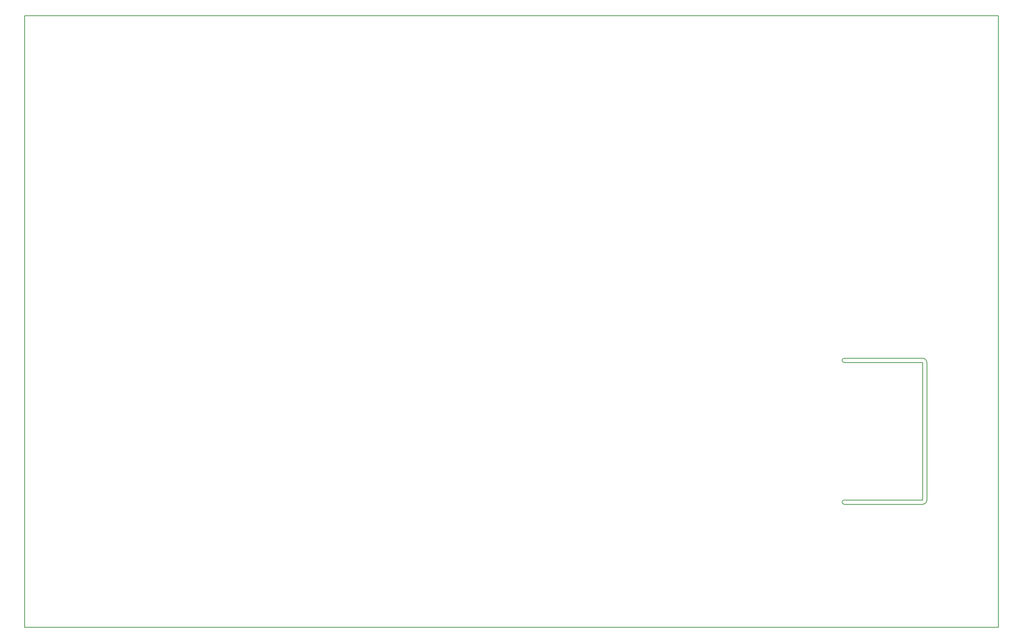
<source format=gbr>
G04 DesignSpark PCB Gerber Version 11.0 Build 5877*
G04 #@! TF.Part,Single*
%FSLAX35Y35*%
%MOIN*%
%ADD10C,0.00500*%
G04 #@! TD.AperFunction*
X0Y0D02*
D02*
D10*
X5297Y250D02*
X914746D01*
Y571116D01*
X5297D01*
Y250D01*
X843880Y119148D02*
X770652D01*
G75*
G03*
Y115211I0J-1969D01*
G01*
X843880D01*
G75*
G03*
X847817Y119148I0J3937D01*
G01*
Y247494D01*
G75*
G03*
X843880Y251431I-3937J0D01*
G01*
X770652D01*
G75*
G03*
Y247494I0J-1969D01*
G01*
X843880D01*
Y119148D01*
X0Y0D02*
M02*

</source>
